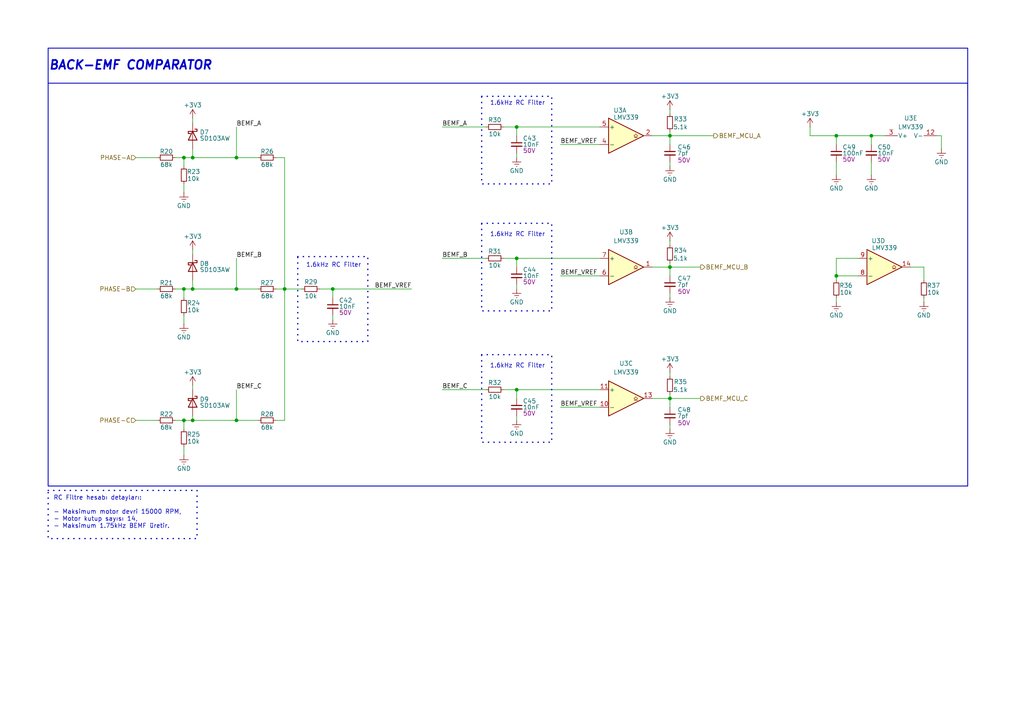
<source format=kicad_sch>
(kicad_sch (version 20231120) (generator "eeschema") (generator_version "8.0")
  (paper "A4")
  (lib_symbols
    (symbol "Comparator:LMV339" (pin_names (offset 0.127))
      (property "Reference" "U" (at 0 5.08 0))
      (property "Value" "LMV339" (at 0 -5.08 0))
      (symbol "LMV339_1_1"
        (polyline (pts (xy -5.08 5.08) (xy 5.08 0) (xy -5.08 -5.08) (xy -5.08 5.08)) (stroke (width 0.254)) (fill (type background)))
        (polyline (pts (xy 3.302 -0.508) (xy 2.794 -0.508) (xy 3.302 0) (xy 2.794 0.508) (xy 2.286 0) (xy 2.794 -0.508) (xy 2.286 -0.508)) (stroke (width 0.127)))
        (pin open_collector line (at 7.62 0 180) (length 2.54) (name "~") (number "2"))
        (pin input line (at -7.62 -2.54 0) (length 2.54) (name "-") (number "4"))
        (pin input line (at -7.62 2.54 0) (length 2.54) (name "+") (number "5"))
      )
      (symbol "LMV339_2_1"
        (polyline (pts (xy -5.08 5.08) (xy 5.08 0) (xy -5.08 -5.08) (xy -5.08 5.08)) (stroke (width 0.254)) (fill (type background)))
        (polyline (pts (xy 3.302 -0.508) (xy 2.794 -0.508) (xy 3.302 0) (xy 2.794 0.508) (xy 2.286 0) (xy 2.794 -0.508) (xy 2.286 -0.508)) (stroke (width 0.127)))
        (pin open_collector line (at 7.62 0 180) (length 2.54) (name "~") (number "1"))
        (pin input line (at -7.62 -2.54 0) (length 2.54) (name "-") (number "6"))
        (pin input line (at -7.62 2.54 0) (length 2.54) (name "+") (number "7"))
      )
      (symbol "LMV339_3_1"
        (polyline (pts (xy -5.08 5.08) (xy 5.08 0) (xy -5.08 -5.08) (xy -5.08 5.08)) (stroke (width 0.254)) (fill (type background)))
        (polyline (pts (xy 3.302 -0.508) (xy 2.794 -0.508) (xy 3.302 0) (xy 2.794 0.508) (xy 2.286 0) (xy 2.794 -0.508) (xy 2.286 -0.508)) (stroke (width 0.127)))
        (pin input line (at -7.62 -2.54 0) (length 2.54) (name "-") (number "10"))
        (pin input line (at -7.62 2.54 0) (length 2.54) (name "+") (number "11"))
        (pin open_collector line (at 7.62 0 180) (length 2.54) (name "~") (number "13"))
      )
      (symbol "LMV339_4_1"
        (polyline (pts (xy -5.08 5.08) (xy 5.08 0) (xy -5.08 -5.08) (xy -5.08 5.08)) (stroke (width 0.254)) (fill (type background)))
        (polyline (pts (xy 3.302 -0.508) (xy 2.794 -0.508) (xy 3.302 0) (xy 2.794 0.508) (xy 2.286 0) (xy 2.794 -0.508) (xy 2.286 -0.508)) (stroke (width 0.127)))
        (pin open_collector line (at 7.62 0 180) (length 2.54) (name "~") (number "14"))
        (pin input line (at -7.62 -2.54 0) (length 2.54) (name "-") (number "8"))
        (pin input line (at -7.62 2.54 0) (length 2.54) (name "+") (number "9"))
      )
      (symbol "LMV339_5_1"
        (pin power_in line (at -2.54 -7.62 90) (length 3.81) (name "V-") (number "12"))
        (pin power_in line (at -2.54 7.62 270) (length 3.81) (name "V+") (number "3"))
      )
    )
    (symbol "Device:C_Small" (pin_numbers hide) (pin_names (offset 0.254) hide)
      (property "Reference" "C" (at 0.254 1.778 0))
      (property "Value" "C_Small" (at 0.254 -2.032 0))
      (symbol "C_Small_0_1"
        (polyline (pts (xy -1.524 -0.508) (xy 1.524 -0.508)) (stroke (width 0.3302)))
        (polyline (pts (xy -1.524 0.508) (xy 1.524 0.508)) (stroke (width 0.3048)))
      )
      (symbol "C_Small_1_1"
        (pin passive line (at 0 2.54 270) (length 2.032) (name "~") (number "1"))
        (pin passive line (at 0 -2.54 90) (length 2.032) (name "~") (number "2"))
      )
    )
    (symbol "Device:D_Schottky" (pin_numbers hide) (pin_names (offset 1.016) hide)
      (property "Reference" "D" (at 0 2.54 0))
      (property "Value" "D_Schottky" (at 0 -2.54 0))
      (symbol "D_Schottky_0_1"
        (polyline (pts (xy 1.27 0) (xy -1.27 0)))
        (polyline (pts (xy 1.27 1.27) (xy 1.27 -1.27) (xy -1.27 0) (xy 1.27 1.27)) (stroke (width 0.254)))
        (polyline (pts (xy -1.905 0.635) (xy -1.905 1.27) (xy -1.27 1.27) (xy -1.27 -1.27) (xy -0.635 -1.27) (xy -0.635 -0.635)) (stroke (width 0.254)))
      )
      (symbol "D_Schottky_1_1"
        (pin passive line (at -3.81 0 0) (length 2.54) (name "K") (number "1"))
        (pin passive line (at 3.81 0 180) (length 2.54) (name "A") (number "2"))
      )
    )
    (symbol "Device:R_Small" (pin_numbers hide) (pin_names (offset 0.254) hide)
      (property "Reference" "R" (at 0.762 0.508 0))
      (property "Value" "R_Small" (at 0.762 -1.016 0))
      (symbol "R_Small_0_1"
        (rectangle (start -0.762 1.778) (end 0.762 -1.778) (stroke (width 0.2032)))
      )
      (symbol "R_Small_1_1"
        (pin passive line (at 0 2.54 270) (length 0.762) (name "~") (number "1"))
        (pin passive line (at 0 -2.54 90) (length 0.762) (name "~") (number "2"))
      )
    )
    (symbol "power:+5V" (power) (pin_numbers hide) (pin_names (offset 0) hide)
      (property "Value" "+5V" (at 0 3.556 0))
      (symbol "+5V_0_1"
        (polyline (pts (xy -0.762 1.27) (xy 0 2.54)))
        (polyline (pts (xy 0 0) (xy 0 2.54)))
        (polyline (pts (xy 0 2.54) (xy 0.762 1.27)))
      )
      (symbol "+5V_1_1"
        (pin power_in line (at 0 0 90) (length 0) (name "~") (number "1"))
      )
    )
    (symbol "power:Earth" (power) (pin_numbers hide) (pin_names (offset 0) hide)
      (property "Value" "Earth" (at 0 -3.81 0))
      (symbol "Earth_0_1"
        (polyline (pts (xy -0.635 -1.905) (xy 0.635 -1.905)))
        (polyline (pts (xy -0.127 -2.54) (xy 0.127 -2.54)))
        (polyline (pts (xy 0 -1.27) (xy 0 0)))
        (polyline (pts (xy 1.27 -1.27) (xy -1.27 -1.27)))
      )
      (symbol "Earth_1_1"
        (pin power_in line (at 0 0 270) (length 0) (name "~") (number "1"))
      )
    )
  )
  (junction (at 53.34 121.92))
  (junction (at 242.57 80.01))
  (junction (at 96.52 83.82))
  (junction (at 149.86 113.03))
  (junction (at 252.73 39.37))
  (junction (at 194.31 39.37))
  (junction (at 194.31 115.57))
  (junction (at 242.57 39.37))
  (junction (at 68.58 121.92))
  (junction (at 55.88 83.82))
  (junction (at 82.55 83.82))
  (junction (at 55.88 121.92))
  (junction (at 68.58 83.82))
  (junction (at 68.58 45.72))
  (junction (at 194.31 77.47))
  (junction (at 149.86 36.83))
  (junction (at 53.34 45.72))
  (junction (at 149.86 74.93))
  (junction (at 53.34 83.82))
  (junction (at 55.88 45.72))
  (wire (pts (xy 68.58 45.72) (xy 68.58 36.83)))
  (wire (pts (xy 194.31 77.47) (xy 203.2 77.47)))
  (wire (pts (xy 53.34 132.08) (xy 53.34 129.54)))
  (wire (pts (xy 149.86 36.83) (xy 173.99 36.83)))
  (wire (pts (xy 234.95 39.37) (xy 242.57 39.37)))
  (wire (pts (xy 68.58 83.82) (xy 68.58 74.93)))
  (wire (pts (xy 149.86 83.82) (xy 149.86 82.55)))
  (wire (pts (xy 149.86 121.92) (xy 149.86 120.65)))
  (wire (pts (xy 128.27 113.03) (xy 140.97 113.03)))
  (wire (pts (xy 189.23 115.57) (xy 194.31 115.57)))
  (wire (pts (xy 189.23 77.47) (xy 194.31 77.47)))
  (wire (pts (xy 194.31 46.99) (xy 194.31 48.26)))
  (wire (pts (xy 149.86 113.03) (xy 173.99 113.03)))
  (wire (pts (xy 194.31 39.37) (xy 194.31 41.91)))
  (wire (pts (xy 149.86 36.83) (xy 149.86 39.37)))
  (wire (pts (xy 194.31 115.57) (xy 203.2 115.57)))
  (wire (pts (xy 267.97 86.36) (xy 267.97 87.63)))
  (wire (pts (xy 194.31 39.37) (xy 207.01 39.37)))
  (wire (pts (xy 82.55 45.72) (xy 82.55 83.82)))
  (wire (pts (xy 194.31 31.75) (xy 194.31 33.02)))
  (wire (pts (xy 55.88 43.18) (xy 55.88 45.72)))
  (wire (pts (xy 82.55 83.82) (xy 82.55 121.92)))
  (wire (pts (xy 50.8 83.82) (xy 53.34 83.82)))
  (wire (pts (xy 242.57 87.63) (xy 242.57 86.36)))
  (wire (pts (xy 53.34 93.98) (xy 53.34 91.44)))
  (wire (pts (xy 146.05 74.93) (xy 149.86 74.93)))
  (wire (pts (xy 242.57 74.93) (xy 242.57 80.01)))
  (wire (pts (xy 194.31 107.95) (xy 194.31 109.22)))
  (wire (pts (xy 55.88 111.76) (xy 55.88 113.03)))
  (wire (pts (xy 50.8 121.92) (xy 53.34 121.92)))
  (wire (pts (xy 39.37 121.92) (xy 45.72 121.92)))
  (wire (pts (xy 53.34 121.92) (xy 53.34 124.46)))
  (wire (pts (xy 55.88 83.82) (xy 68.58 83.82)))
  (polyline (pts (xy 13.97 24.13) (xy 280.67 24.13)) (stroke (width 0.254)))
  (wire (pts (xy 80.01 45.72) (xy 82.55 45.72)))
  (wire (pts (xy 96.52 92.71) (xy 96.52 91.44)))
  (wire (pts (xy 149.86 45.72) (xy 149.86 44.45)))
  (wire (pts (xy 242.57 39.37) (xy 242.57 41.91)))
  (wire (pts (xy 68.58 121.92) (xy 68.58 113.03)))
  (wire (pts (xy 194.31 77.47) (xy 194.31 80.01)))
  (wire (pts (xy 194.31 77.47) (xy 194.31 76.2)))
  (wire (pts (xy 194.31 85.09) (xy 194.31 86.36)))
  (wire (pts (xy 128.27 74.93) (xy 140.97 74.93)))
  (wire (pts (xy 39.37 83.82) (xy 45.72 83.82)))
  (wire (pts (xy 242.57 39.37) (xy 252.73 39.37)))
  (wire (pts (xy 146.05 113.03) (xy 149.86 113.03)))
  (wire (pts (xy 242.57 46.99) (xy 242.57 50.8)))
  (wire (pts (xy 128.27 36.83) (xy 140.97 36.83)))
  (wire (pts (xy 53.34 45.72) (xy 55.88 45.72)))
  (wire (pts (xy 252.73 50.8) (xy 252.73 46.99)))
  (wire (pts (xy 55.88 81.28) (xy 55.88 83.82)))
  (wire (pts (xy 53.34 121.92) (xy 55.88 121.92)))
  (wire (pts (xy 80.01 121.92) (xy 82.55 121.92)))
  (wire (pts (xy 146.05 36.83) (xy 149.86 36.83)))
  (wire (pts (xy 242.57 74.93) (xy 248.92 74.93)))
  (wire (pts (xy 189.23 39.37) (xy 194.31 39.37)))
  (wire (pts (xy 82.55 83.82) (xy 87.63 83.82)))
  (wire (pts (xy 194.31 115.57) (xy 194.31 114.3)))
  (wire (pts (xy 267.97 77.47) (xy 267.97 81.28)))
  (wire (pts (xy 39.37 45.72) (xy 45.72 45.72)))
  (wire (pts (xy 162.56 80.01) (xy 173.99 80.01)))
  (polyline (pts (xy 280.67 24.13) (xy 280.67 27.94)))
  (wire (pts (xy 50.8 45.72) (xy 53.34 45.72)))
  (wire (pts (xy 194.31 39.37) (xy 194.31 38.1)))
  (wire (pts (xy 273.05 39.37) (xy 271.78 39.37)))
  (wire (pts (xy 53.34 48.26) (xy 53.34 45.72)))
  (wire (pts (xy 55.88 121.92) (xy 68.58 121.92)))
  (wire (pts (xy 55.88 72.39) (xy 55.88 73.66)))
  (wire (pts (xy 55.88 45.72) (xy 68.58 45.72)))
  (wire (pts (xy 68.58 121.92) (xy 74.93 121.92)))
  (wire (pts (xy 96.52 83.82) (xy 96.52 86.36)))
  (wire (pts (xy 252.73 39.37) (xy 252.73 41.91)))
  (wire (pts (xy 267.97 77.47) (xy 264.16 77.47)))
  (wire (pts (xy 194.31 123.19) (xy 194.31 124.46)))
  (wire (pts (xy 96.52 83.82) (xy 119.38 83.82)))
  (wire (pts (xy 53.34 83.82) (xy 55.88 83.82)))
  (wire (pts (xy 194.31 69.85) (xy 194.31 71.12)))
  (wire (pts (xy 252.73 39.37) (xy 256.54 39.37)))
  (wire (pts (xy 149.86 74.93) (xy 149.86 77.47)))
  (wire (pts (xy 53.34 53.34) (xy 53.34 55.88)))
  (wire (pts (xy 80.01 83.82) (xy 82.55 83.82)))
  (wire (pts (xy 194.31 115.57) (xy 194.31 118.11)))
  (wire (pts (xy 68.58 45.72) (xy 74.93 45.72)))
  (wire (pts (xy 149.86 74.93) (xy 173.99 74.93)))
  (wire (pts (xy 242.57 81.28) (xy 242.57 80.01)))
  (wire (pts (xy 162.56 118.11) (xy 173.99 118.11)))
  (wire (pts (xy 53.34 86.36) (xy 53.34 83.82)))
  (wire (pts (xy 55.88 34.29) (xy 55.88 35.56)))
  (wire (pts (xy 162.56 41.91) (xy 173.99 41.91)))
  (wire (pts (xy 273.05 43.18) (xy 273.05 39.37)))
  (wire (pts (xy 149.86 113.03) (xy 149.86 115.57)))
  (wire (pts (xy 55.88 120.65) (xy 55.88 121.92)))
  (wire (pts (xy 242.57 80.01) (xy 248.92 80.01)))
  (wire (pts (xy 92.71 83.82) (xy 96.52 83.82)))
  (wire (pts (xy 234.95 36.83) (xy 234.95 39.37)))
  (wire (pts (xy 68.58 83.82) (xy 74.93 83.82)))
  (rectangle (start 139.7 27.94) (end 160.02 53.34) (stroke (width 0.381) (type dot)))
  (rectangle (start 139.7 64.77) (end 160.02 90.17) (stroke (width 0.381) (type dot)))
  (rectangle (start 139.7 102.87) (end 160.02 128.27) (stroke (width 0.381) (type dot)))
  (rectangle (start 86.36 74.422) (end 106.68 99.06) (stroke (width 0.381) (type dot)))
  (rectangle (start 13.97 13.97) (end 280.67 140.97) (stroke (width 0.254)))
  (rectangle (start 13.97 142.24) (end 57.15 156.21) (stroke (width 0.381) (type dot)))
  (text "1.6kHz RC Filter" (at 150.114 106.172 0) (effects (font (size 1.27 1.27))))
  (text "1.6kHz RC Filter" (at 96.774 76.962 0) (effects (font (size 1.27 1.27))))
  (text "RC Filtre hesabı detayları:\n\n- Maksimum motor devri 15000 RPM,\n- Motor kutup sayısı 14,\n- Maksimum 1.75kHz BEMF üretir." (at 15.494 148.59 0) (effects (font (size 1.27 1.27) (thickness 0.1588)) (justify left)))
  (text "1.6kHz RC Filter" (at 150.114 29.972 0) (effects (font (size 1.27 1.27))))
  (text "1.6kHz RC Filter" (at 150.114 68.072 0) (effects (font (size 1.27 1.27))))
  (text "BACK-EMF COMPARATOR" (at 37.846 19.05 0) (effects (font (size 2.54 2.54) (thickness 0.508) (bold yes) (italic yes))))
  (label "BEMF_B" (at 68.58 74.93 0))
  (label "BEMF_VREF" (at 119.38 83.82 180))
  (label "BEMF_VREF" (at 162.56 118.11 0))
  (label "BEMF_A" (at 128.27 36.83 0))
  (label "BEMF_VREF" (at 162.56 41.91 0))
  (label "BEMF_B" (at 128.27 74.93 0))
  (label "BEMF_A" (at 68.58 36.83 0))
  (label "BEMF_C" (at 68.58 113.03 0))
  (label "BEMF_C" (at 128.27 113.03 0))
  (label "BEMF_VREF" (at 162.56 80.01 0))
  (hierarchical_label "BEMF_MCU_B" (shape output) (at 203.2 77.47 0))
  (hierarchical_label "PHASE-B" (shape input) (at 39.37 83.82 180))
  (hierarchical_label "BEMF_MCU_C" (shape output) (at 203.2 115.57 0))
  (hierarchical_label "PHASE-A" (shape input) (at 39.37 45.72 180))
  (hierarchical_label "BEMF_MCU_A" (shape output) (at 207.01 39.37 0))
  (hierarchical_label "PHASE-C" (shape input) (at 39.37 121.92 180))
  (symbol (lib_id "power:Earth") (at 194.31 124.46 0) (unit 1)
    (property "Reference" "#PWR087" (effects (hide yes)))
    (property "Value" "GND" (at 194.31 128.27 0))
    (property "Description" "Power symbol creates a global label with name \"Earth\"" (effects (hide yes)))
  )
  (symbol (lib_id "Device:R_Small") (at 53.34 50.8 0) (unit 1)
    (property "Reference" "R23" (at 56.134 49.784 0))
    (property "Value" "10k" (at 56.134 51.816 0))
    (property "Footprint" "Resistor_SMD:R_0603_1608Metric" (effects (hide yes)))
    (property "Description" "Resistor, small symbol" (effects (hide yes)))
    (property "Link" "https://ozdisan.com/pasif-komponentler/direncler/smt-smd-ve-cip-direncler/CRT03F7E1002/1054351" (effects (hide yes)))
    (property "Mfr.No" "CRT03F7E1002" (effects (hide yes)))
  )
  (symbol (lib_id "Device:R_Small") (at 194.31 111.76 180) (unit 1)
    (property "Reference" "R35" (at 197.358 110.744 0))
    (property "Value" "5.1k" (at 197.358 113.03 0))
    (property "Footprint" "Capacitor_SMD:C_0603_1608Metric" (effects (hide yes)))
    (property "Description" "Resistor, small symbol" (effects (hide yes)))
    (property "Link" "https://www.ozdisan.com/pasif-komponentler/direncler/smt-smd-ve-cip-direncler/0603SAJ0512T5E/346979" (effects (hide yes)))
    (property "Mfr.No" "0603SAJ0512T5E" (effects (hide yes)))
  )
  (symbol (lib_id "Device:D_Schottky") (at 55.88 116.84 270) (unit 1)
    (property "Reference" "D9" (at 57.912 115.824 90) (effects (justify left)))
    (property "Value" "SD103AW" (at 57.912 117.602 90) (effects (justify left)))
    (property "Footprint" "Diode_SMD:D_SOD-123" (effects (hide yes)))
    (property "Description" "Schottky diode" (effects (hide yes)))
    (property "Link" "https://www.ozdisan.com/guc-yari-iletkenleri/diyotlar-modul-diyotlar-ve-dogrultucular/schottky-diyotlar/SD103AW-HT/468038" (effects (hide yes)))
    (property "Mfr.No" "SD103AW-HT" (effects (hide yes)))
  )
  (symbol (lib_id "Device:C_Small") (at 194.31 82.55 0) (mirror y) (unit 1)
    (property "Reference" "C47" (at 200.406 80.772 0) (effects (justify left)))
    (property "Value" "7pf" (at 199.644 82.55 0) (effects (justify left)))
    (property "Footprint" "Capacitor_SMD:C_0603_1608Metric" (effects (hide yes)))
    (property "Description" "Unpolarized capacitor, small symbol" (effects (hide yes)))
    (property "Voltaj" "50V" (at 198.374 84.582 0))
    (property "Link" "https://ozdisan.com/pasif-komponentler/kapasitorler/smt-smd-ve-mlcc-kapasitorler/CL10C070CB8NNNC/522417" (effects (hide yes)))
    (property "Mfr.No" "CL10C070CB8NNNC" (effects (hide yes)))
  )
  (symbol (lib_id "power:Earth") (at 149.86 121.92 0) (unit 1)
    (property "Reference" "#PWR081" (effects (hide yes)))
    (property "Value" "GND" (at 149.86 125.73 0))
    (property "Description" "Power symbol creates a global label with name \"Earth\"" (effects (hide yes)))
  )
  (symbol (lib_id "Device:R_Small") (at 48.26 45.72 90) (unit 1)
    (property "Reference" "R20" (at 48.26 43.942 90))
    (property "Value" "68k" (at 48.26 47.752 90))
    (property "Footprint" "Resistor_SMD:R_0603_1608Metric" (effects (hide yes)))
    (property "Description" "Resistor, small symbol" (effects (hide yes)))
    (property "Link" "https://www.ozdisan.com/pasif-komponentler/direncler/smt-smd-ve-cip-direncler/CRT03F7E6802/1054370" (effects (hide yes)))
    (property "Mfr.No" "CRT03F7E6802" (effects (hide yes)))
  )
  (symbol (lib_id "Device:C_Small") (at 149.86 118.11 0) (mirror y) (unit 1)
    (property "Reference" "C45" (at 151.638 116.332 0) (effects (justify right)))
    (property "Value" "10nF" (at 151.638 118.11 0) (effects (justify right)))
    (property "Footprint" "Capacitor_SMD:C_0603_1608Metric" (effects (hide yes)))
    (property "Description" "Unpolarized capacitor, small symbol" (effects (hide yes)))
    (property "Voltage" "50V" (at 151.638 119.888 0) (effects (justify right)))
    (property "Link" "https://ozdisan.com/pasif-komponentler/kapasitorler/smt-smd-ve-mlcc-kapasitorler/MCF03KTB500103/1057173" (effects (hide yes)))
    (property "Mfr.No" "MCF03KTB500103" (effects (hide yes)))
  )
  (symbol (lib_id "Device:R_Small") (at 53.34 127 0) (unit 1)
    (property "Reference" "R25" (at 56.134 125.984 0))
    (property "Value" "10k" (at 56.134 128.016 0))
    (property "Footprint" "Resistor_SMD:R_0603_1608Metric" (effects (hide yes)))
    (property "Description" "Resistor, small symbol" (effects (hide yes)))
    (property "Link" "https://ozdisan.com/pasif-komponentler/direncler/smt-smd-ve-cip-direncler/CRT03F7E1002/1054351" (effects (hide yes)))
    (property "Mfr.No" "CRT03F7E1002" (effects (hide yes)))
  )
  (symbol (lib_id "power:+5V") (at 55.88 34.29 0) (unit 1)
    (property "Reference" "#PWR075" (effects (hide yes)))
    (property "Value" "+3V3" (at 55.88 30.48 0))
    (property "Description" "Power symbol creates a global label with name \"+5V\"" (effects (hide yes)))
  )
  (symbol (lib_id "power:+5V") (at 194.31 107.95 0) (unit 1)
    (property "Reference" "#PWR086" (effects (hide yes)))
    (property "Value" "+3V3" (at 194.31 104.14 0))
    (property "Description" "Power symbol creates a global label with name \"+5V\"" (effects (hide yes)))
  )
  (symbol (lib_id "power:Earth") (at 242.57 87.63 0) (unit 1)
    (property "Reference" "#PWR090" (effects (hide yes)))
    (property "Value" "GND" (at 242.57 91.44 0))
    (property "Description" "Power symbol creates a global label with name \"Earth\"" (effects (hide yes)))
  )
  (symbol (lib_id "power:Earth") (at 149.86 45.72 0) (unit 1)
    (property "Reference" "#PWR079" (effects (hide yes)))
    (property "Value" "GND" (at 149.86 49.53 0))
    (property "Description" "Power symbol creates a global label with name \"Earth\"" (effects (hide yes)))
  )
  (symbol (lib_id "Device:C_Small") (at 194.31 120.65 0) (mirror y) (unit 1)
    (property "Reference" "C48" (at 200.406 118.872 0) (effects (justify left)))
    (property "Value" "7pf" (at 199.644 120.65 0) (effects (justify left)))
    (property "Footprint" "Capacitor_SMD:C_0603_1608Metric" (effects (hide yes)))
    (property "Description" "Unpolarized capacitor, small symbol" (effects (hide yes)))
    (property "Voltaj" "50V" (at 198.374 122.682 0))
    (property "Link" "https://ozdisan.com/pasif-komponentler/kapasitorler/smt-smd-ve-mlcc-kapasitorler/CL10C070CB8NNNC/522417" (effects (hide yes)))
    (property "Mfr.No" "CL10C070CB8NNNC" (effects (hide yes)))
  )
  (symbol (lib_id "power:+5V") (at 234.95 36.83 0) (unit 1)
    (property "Reference" "#PWR088" (effects (hide yes)))
    (property "Value" "+3V3" (at 234.95 33.02 0))
    (property "Description" "Power symbol creates a global label with name \"+5V\"" (effects (hide yes)))
  )
  (symbol (lib_id "Device:C_Small") (at 242.57 44.45 0) (mirror y) (unit 1)
    (property "Reference" "C49" (at 244.348 42.672 0) (effects (justify right)))
    (property "Value" "100nF" (at 244.348 44.45 0) (effects (justify right)))
    (property "Footprint" "Capacitor_SMD:C_0603_1608Metric" (effects (hide yes)))
    (property "Description" "Unpolarized capacitor, small symbol" (effects (hide yes)))
    (property "Voltage" "50V" (at 244.348 46.228 0) (effects (justify right)))
    (property "Link" "https://ozdisan.com/pasif-komponentler/kapasitorler/smt-smd-ve-mlcc-kapasitorler/MCF03KTB500104/1057170" (effects (hide yes)))
    (property "Mfr.No" "MCF03KTB500104" (effects (hide yes)))
  )
  (symbol (lib_id "power:+5V") (at 55.88 72.39 0) (unit 1)
    (property "Reference" "#PWR076" (effects (hide yes)))
    (property "Value" "+3V3" (at 55.88 68.58 0))
    (property "Description" "Power symbol creates a global label with name \"+5V\"" (effects (hide yes)))
  )
  (symbol (lib_id "Device:D_Schottky") (at 55.88 77.47 270) (unit 1)
    (property "Reference" "D8" (at 57.912 76.454 90) (effects (justify left)))
    (property "Value" "SD103AW" (at 57.912 78.232 90) (effects (justify left)))
    (property "Footprint" "Diode_SMD:D_SOD-123" (effects (hide yes)))
    (property "Description" "Schottky diode" (effects (hide yes)))
    (property "Link" "https://www.ozdisan.com/guc-yari-iletkenleri/diyotlar-modul-diyotlar-ve-dogrultucular/schottky-diyotlar/SD103AW-HT/468038" (effects (hide yes)))
    (property "Mfr.No" "SD103AW-HT" (effects (hide yes)))
  )
  (symbol (lib_id "Device:R_Small") (at 48.26 121.92 90) (unit 1)
    (property "Reference" "R22" (at 48.26 120.142 90))
    (property "Value" "68k" (at 48.26 123.952 90))
    (property "Footprint" "Resistor_SMD:R_0603_1608Metric" (effects (hide yes)))
    (property "Description" "Resistor, small symbol" (effects (hide yes)))
    (property "Link" "https://www.ozdisan.com/pasif-komponentler/direncler/smt-smd-ve-cip-direncler/CRT03F7E6802/1054370" (effects (hide yes)))
    (property "Mfr.No" "CRT03F7E6802" (effects (hide yes)))
  )
  (symbol (lib_id "Device:C_Small") (at 96.52 88.9 0) (mirror y) (unit 1)
    (property "Reference" "C42" (at 98.298 87.122 0) (effects (justify right)))
    (property "Value" "10nF" (at 98.298 88.9 0) (effects (justify right)))
    (property "Footprint" "Capacitor_SMD:C_0603_1608Metric" (effects (hide yes)))
    (property "Description" "Unpolarized capacitor, small symbol" (effects (hide yes)))
    (property "Voltage" "50V" (at 98.298 90.678 0) (effects (justify right)))
    (property "Link" "https://ozdisan.com/pasif-komponentler/kapasitorler/smt-smd-ve-mlcc-kapasitorler/MCF03KTB500103/1057173" (effects (hide yes)))
    (property "Mfr.No" "MCF03KTB500103" (effects (hide yes)))
  )
  (symbol (lib_id "Device:R_Small") (at 77.47 83.82 90) (unit 1)
    (property "Reference" "R27" (at 77.47 82.042 90))
    (property "Value" "68k" (at 77.47 85.852 90))
    (property "Footprint" "Resistor_SMD:R_0603_1608Metric" (effects (hide yes)))
    (property "Description" "Resistor, small symbol" (effects (hide yes)))
    (property "Link" "https://www.ozdisan.com/pasif-komponentler/direncler/smt-smd-ve-cip-direncler/CRT03F7E6802/1054370" (effects (hide yes)))
    (property "Mfr.No" "CRT03F7E6802" (effects (hide yes)))
  )
  (symbol (lib_id "power:+5V") (at 194.31 31.75 0) (unit 1)
    (property "Reference" "#PWR082" (effects (hide yes)))
    (property "Value" "+3V3" (at 194.31 27.94 0))
    (property "Description" "Power symbol creates a global label with name \"+5V\"" (effects (hide yes)))
  )
  (symbol (lib_id "power:Earth") (at 242.57 50.8 0) (unit 1)
    (property "Reference" "#PWR089" (effects (hide yes)))
    (property "Value" "GND" (at 242.57 54.61 0))
    (property "Description" "Power symbol creates a global label with name \"Earth\"" (effects (hide yes)))
  )
  (symbol (lib_id "Device:R_Small") (at 143.51 36.83 270) (unit 1)
    (property "Reference" "R30" (at 143.51 34.798 90))
    (property "Value" "10k" (at 143.51 38.862 90))
    (property "Footprint" "Resistor_SMD:R_0603_1608Metric" (effects (hide yes)))
    (property "Description" "Resistor, small symbol" (effects (hide yes)))
    (property "Link" "https://ozdisan.com/pasif-komponentler/direncler/smt-smd-ve-cip-direncler/CRT03F7E1002/1054351" (effects (hide yes)))
    (property "Mfr.No" "CRT03F7E1002" (effects (hide yes)))
  )
  (symbol (lib_id "power:Earth") (at 53.34 55.88 0) (unit 1)
    (property "Reference" "#PWR072" (effects (hide yes)))
    (property "Value" "GND" (at 53.34 59.69 0))
    (property "Description" "Power symbol creates a global label with name \"Earth\"" (effects (hide yes)))
  )
  (symbol (lib_id "Comparator:LMV339") (at 181.61 77.47 0) (unit 2)
    (property "Reference" "U3" (at 181.61 67.31 0))
    (property "Value" "LMV339" (at 181.61 69.85 0))
    (property "Footprint" "Package_SO:SO-14_3.9x8.65mm_P1.27mm" (effects (hide yes)))
    (property "Datasheet" "https://www.ti.com/lit/ds/symlink/lmv339.pdf?ts=1731725876424" (effects (hide yes)))
    (property "Description" "Quad General-Purpose Low-Voltage Comparator, SOIC-14/TSSOP-14" (effects (hide yes)))
    (property "Link" "https://www.mouser.com.tr/ProductDetail/Texas-Instruments/LMV339IDR?qs=7KMwW2o1%252BmQfAe%2FMNKh8nA%3D%3D" (effects (hide yes)))
    (property "Mfr.No" "LMV339IDR" (effects (hide yes)))
  )
  (symbol (lib_id "Device:R_Small") (at 267.97 83.82 0) (unit 1)
    (property "Reference" "R37" (at 270.764 82.804 0))
    (property "Value" "10k" (at 270.764 84.836 0))
    (property "Footprint" "Resistor_SMD:R_0603_1608Metric" (effects (hide yes)))
    (property "Description" "Resistor, small symbol" (effects (hide yes)))
    (property "Link" "https://ozdisan.com/pasif-komponentler/direncler/smt-smd-ve-cip-direncler/CRT03F7E1002/1054351" (effects (hide yes)))
    (property "Mfr.No" "CRT03F7E1002" (effects (hide yes)))
  )
  (symbol (lib_id "power:Earth") (at 53.34 132.08 0) (unit 1)
    (property "Reference" "#PWR074" (effects (hide yes)))
    (property "Value" "GND" (at 53.34 135.89 0))
    (property "Description" "Power symbol creates a global label with name \"Earth\"" (effects (hide yes)))
  )
  (symbol (lib_id "power:+5V") (at 194.31 69.85 0) (unit 1)
    (property "Reference" "#PWR084" (effects (hide yes)))
    (property "Value" "+3V3" (at 194.31 66.04 0))
    (property "Description" "Power symbol creates a global label with name \"+5V\"" (effects (hide yes)))
  )
  (symbol (lib_id "power:Earth") (at 194.31 86.36 0) (unit 1)
    (property "Reference" "#PWR085" (effects (hide yes)))
    (property "Value" "GND" (at 194.31 90.17 0))
    (property "Description" "Power symbol creates a global label with name \"Earth\"" (effects (hide yes)))
  )
  (symbol (lib_id "Device:R_Small") (at 77.47 45.72 90) (unit 1)
    (property "Reference" "R26" (at 77.47 43.942 90))
    (property "Value" "68k" (at 77.47 47.752 90))
    (property "Footprint" "Resistor_SMD:R_0603_1608Metric" (effects (hide yes)))
    (property "Description" "Resistor, small symbol" (effects (hide yes)))
    (property "Link" "https://www.ozdisan.com/pasif-komponentler/direncler/smt-smd-ve-cip-direncler/CRT03F7E6802/1054370" (effects (hide yes)))
    (property "Mfr.No" "CRT03F7E6802" (effects (hide yes)))
  )
  (symbol (lib_id "power:Earth") (at 194.31 48.26 0) (unit 1)
    (property "Reference" "#PWR083" (effects (hide yes)))
    (property "Value" "GND" (at 194.31 52.07 0))
    (property "Description" "Power symbol creates a global label with name \"Earth\"" (effects (hide yes)))
  )
  (symbol (lib_id "Device:R_Small") (at 77.47 121.92 90) (unit 1)
    (property "Reference" "R28" (at 77.47 120.142 90))
    (property "Value" "68k" (at 77.47 123.952 90))
    (property "Footprint" "Resistor_SMD:R_0603_1608Metric" (effects (hide yes)))
    (property "Description" "Resistor, small symbol" (effects (hide yes)))
    (property "Link" "https://www.ozdisan.com/pasif-komponentler/direncler/smt-smd-ve-cip-direncler/CRT03F7E6802/1054370" (effects (hide yes)))
    (property "Mfr.No" "CRT03F7E6802" (effects (hide yes)))
  )
  (symbol (lib_id "power:Earth") (at 96.52 92.71 0) (unit 1)
    (property "Reference" "#PWR078" (effects (hide yes)))
    (property "Value" "GND" (at 96.52 96.52 0))
    (property "Description" "Power symbol creates a global label with name \"Earth\"" (effects (hide yes)))
  )
  (symbol (lib_id "Comparator:LMV339") (at 181.61 39.37 0) (unit 1)
    (property "Reference" "U3" (at 179.832 32.004 0))
    (property "Value" "LMV339" (at 181.61 34.036 0))
    (property "Footprint" "Package_SO:SO-14_3.9x8.65mm_P1.27mm" (effects (hide yes)))
    (property "Datasheet" "https://www.ti.com/lit/ds/symlink/lmv339.pdf?ts=1731725876424" (effects (hide yes)))
    (property "Description" "Quad General-Purpose Low-Voltage Comparator, SOIC-14/TSSOP-14" (effects (hide yes)))
    (property "Link" "https://www.mouser.com.tr/ProductDetail/Texas-Instruments/LMV339IDR?qs=7KMwW2o1%252BmQfAe%2FMNKh8nA%3D%3D" (effects (hide yes)))
    (property "Mfr.No" "LMV339IDR" (effects (hide yes)))
  )
  (symbol (lib_id "Comparator:LMV339") (at 181.61 115.57 0) (unit 3)
    (property "Reference" "U3" (at 181.61 105.41 0))
    (property "Value" "LMV339" (at 181.61 107.95 0))
    (property "Footprint" "Package_SO:SO-14_3.9x8.65mm_P1.27mm" (effects (hide yes)))
    (property "Datasheet" "https://www.ti.com/lit/ds/symlink/lmv339.pdf?ts=1731725876424" (effects (hide yes)))
    (property "Description" "Quad General-Purpose Low-Voltage Comparator, SOIC-14/TSSOP-14" (effects (hide yes)))
    (property "Link" "https://www.mouser.com.tr/ProductDetail/Texas-Instruments/LMV339IDR?qs=7KMwW2o1%252BmQfAe%2FMNKh8nA%3D%3D" (effects (hide yes)))
    (property "Mfr.No" "LMV339IDR" (effects (hide yes)))
  )
  (symbol (lib_id "Device:C_Small") (at 194.31 44.45 0) (mirror y) (unit 1)
    (property "Reference" "C46" (at 200.406 42.672 0) (effects (justify left)))
    (property "Value" "7pf" (at 199.644 44.45 0) (effects (justify left)))
    (property "Footprint" "Capacitor_SMD:C_0603_1608Metric" (effects (hide yes)))
    (property "Description" "Unpolarized capacitor, small symbol" (effects (hide yes)))
    (property "Voltaj" "50V" (at 198.374 46.482 0))
    (property "Link" "https://ozdisan.com/pasif-komponentler/kapasitorler/smt-smd-ve-mlcc-kapasitorler/CL10C070CB8NNNC/522417" (effects (hide yes)))
    (property "Mfr.No" "CL10C070CB8NNNC" (effects (hide yes)))
  )
  (symbol (lib_id "Device:R_Small") (at 194.31 35.56 180) (unit 1)
    (property "Reference" "R33" (at 197.358 34.544 0))
    (property "Value" "5.1k" (at 197.358 36.83 0))
    (property "Footprint" "Capacitor_SMD:C_0603_1608Metric" (effects (hide yes)))
    (property "Description" "Resistor, small symbol" (effects (hide yes)))
    (property "Link" "https://www.ozdisan.com/pasif-komponentler/direncler/smt-smd-ve-cip-direncler/0603SAJ0512T5E/346979" (effects (hide yes)))
    (property "Mfr.No" "0603SAJ0512T5E" (effects (hide yes)))
  )
  (symbol (lib_id "Device:D_Schottky") (at 55.88 39.37 270) (unit 1)
    (property "Reference" "D7" (at 57.912 38.354 90) (effects (justify left)))
    (property "Value" "SD103AW" (at 57.912 40.132 90) (effects (justify left)))
    (property "Footprint" "Diode_SMD:D_SOD-123" (effects (hide yes)))
    (property "Description" "Schottky diode" (effects (hide yes)))
    (property "Link" "https://www.ozdisan.com/guc-yari-iletkenleri/diyotlar-modul-diyotlar-ve-dogrultucular/schottky-diyotlar/SD103AW-HT/468038" (effects (hide yes)))
    (property "Mfr.No" "SD103AW-HT" (effects (hide yes)))
  )
  (symbol (lib_id "Device:C_Small") (at 149.86 80.01 0) (mirror y) (unit 1)
    (property "Reference" "C44" (at 151.638 78.232 0) (effects (justify right)))
    (property "Value" "10nF" (at 151.638 80.01 0) (effects (justify right)))
    (property "Footprint" "Capacitor_SMD:C_0603_1608Metric" (effects (hide yes)))
    (property "Description" "Unpolarized capacitor, small symbol" (effects (hide yes)))
    (property "Voltage" "50V" (at 151.638 81.788 0) (effects (justify right)))
    (property "Link" "https://ozdisan.com/pasif-komponentler/kapasitorler/smt-smd-ve-mlcc-kapasitorler/MCF03KTB500103/1057173" (effects (hide yes)))
    (property "Mfr.No" "MCF03KTB500103" (effects (hide yes)))
  )
  (symbol (lib_id "Device:R_Small") (at 90.17 83.82 270) (unit 1)
    (property "Reference" "R29" (at 90.17 81.788 90))
    (property "Value" "10k" (at 90.17 85.852 90))
    (property "Footprint" "Resistor_SMD:R_0603_1608Metric" (effects (hide yes)))
    (property "Description" "Resistor, small symbol" (effects (hide yes)))
    (property "Link" "https://ozdisan.com/pasif-komponentler/direncler/smt-smd-ve-cip-direncler/CRT03F7E1002/1054351" (effects (hide yes)))
    (property "Mfr.No" "CRT03F7E1002" (effects (hide yes)))
  )
  (symbol (lib_id "Device:C_Small") (at 149.86 41.91 0) (mirror y) (unit 1)
    (property "Reference" "C43" (at 151.638 40.132 0) (effects (justify right)))
    (property "Value" "10nF" (at 151.638 41.91 0) (effects (justify right)))
    (property "Footprint" "Capacitor_SMD:C_0603_1608Metric" (effects (hide yes)))
    (property "Description" "Unpolarized capacitor, small symbol" (effects (hide yes)))
    (property "Voltage" "50V" (at 151.638 43.688 0) (effects (justify right)))
    (property "Link" "https://ozdisan.com/pasif-komponentler/kapasitorler/smt-smd-ve-mlcc-kapasitorler/MCF03KTB500103/1057173" (effects (hide yes)))
    (property "Mfr.No" "MCF03KTB500103" (effects (hide yes)))
  )
  (symbol (lib_id "Comparator:LMV339") (at 256.54 77.47 0) (unit 4)
    (property "Reference" "U3" (at 254.762 69.85 0))
    (property "Value" "LMV339" (at 256.54 71.882 0))
    (property "Footprint" "Package_SO:SO-14_3.9x8.65mm_P1.27mm" (effects (hide yes)))
    (property "Datasheet" "https://www.ti.com/lit/ds/symlink/lmv339.pdf?ts=1731725876424" (effects (hide yes)))
    (property "Description" "Quad General-Purpose Low-Voltage Comparator, SOIC-14/TSSOP-14" (effects (hide yes)))
    (property "Link" "https://www.mouser.com.tr/ProductDetail/Texas-Instruments/LMV339IDR?qs=7KMwW2o1%252BmQfAe%2FMNKh8nA%3D%3D" (effects (hide yes)))
    (property "Mfr.No" "LMV339IDR" (effects (hide yes)))
  )
  (symbol (lib_id "Device:R_Small") (at 143.51 113.03 270) (unit 1)
    (property "Reference" "R32" (at 143.51 110.998 90))
    (property "Value" "10k" (at 143.51 115.062 90))
    (property "Footprint" "Resistor_SMD:R_0603_1608Metric" (effects (hide yes)))
    (property "Description" "Resistor, small symbol" (effects (hide yes)))
    (property "Link" "https://ozdisan.com/pasif-komponentler/direncler/smt-smd-ve-cip-direncler/CRT03F7E1002/1054351" (effects (hide yes)))
    (property "Mfr.No" "CRT03F7E1002" (effects (hide yes)))
  )
  (symbol (lib_id "Device:R_Small") (at 242.57 83.82 0) (unit 1)
    (property "Reference" "R36" (at 245.364 82.804 0))
    (property "Value" "10k" (at 245.364 84.836 0))
    (property "Footprint" "Resistor_SMD:R_0603_1608Metric" (effects (hide yes)))
    (property "Description" "Resistor, small symbol" (effects (hide yes)))
    (property "Link" "https://ozdisan.com/pasif-komponentler/direncler/smt-smd-ve-cip-direncler/CRT03F7E1002/1054351" (effects (hide yes)))
    (property "Mfr.No" "CRT03F7E1002" (effects (hide yes)))
  )
  (symbol (lib_id "Device:R_Small") (at 194.31 73.66 180) (unit 1)
    (property "Reference" "R34" (at 197.358 72.644 0))
    (property "Value" "5.1k" (at 197.358 74.93 0))
    (property "Footprint" "Capacitor_SMD:C_0603_1608Metric" (effects (hide yes)))
    (property "Description" "Resistor, small symbol" (effects (hide yes)))
    (property "Link" "https://www.ozdisan.com/pasif-komponentler/direncler/smt-smd-ve-cip-direncler/0603SAJ0512T5E/346979" (effects (hide yes)))
    (property "Mfr.No" "0603SAJ0512T5E" (effects (hide yes)))
  )
  (symbol (lib_id "power:Earth") (at 149.86 83.82 0) (unit 1)
    (property "Reference" "#PWR080" (effects (hide yes)))
    (property "Value" "GND" (at 149.86 87.63 0))
    (property "Description" "Power symbol creates a global label with name \"Earth\"" (effects (hide yes)))
  )
  (symbol (lib_id "power:Earth") (at 252.73 50.8 0) (unit 1)
    (property "Reference" "#PWR091" (effects (hide yes)))
    (property "Value" "GND" (at 252.73 54.61 0))
    (property "Description" "Power symbol creates a global label with name \"Earth\"" (effects (hide yes)))
  )
  (symbol (lib_id "power:Earth") (at 267.97 87.63 0) (unit 1)
    (property "Reference" "#PWR092" (effects (hide yes)))
    (property "Value" "GND" (at 267.97 91.44 0))
    (property "Description" "Power symbol creates a global label with name \"Earth\"" (effects (hide yes)))
  )
  (symbol (lib_id "power:Earth") (at 53.34 93.98 0) (unit 1)
    (property "Reference" "#PWR073" (effects (hide yes)))
    (property "Value" "GND" (at 53.34 97.79 0))
    (property "Description" "Power symbol creates a global label with name \"Earth\"" (effects (hide yes)))
  )
  (symbol (lib_id "power:+5V") (at 55.88 111.76 0) (unit 1)
    (property "Reference" "#PWR077" (effects (hide yes)))
    (property "Value" "+3V3" (at 55.88 107.95 0))
    (property "Description" "Power symbol creates a global label with name \"+5V\"" (effects (hide yes)))
  )
  (symbol (lib_id "Device:R_Small") (at 53.34 88.9 0) (unit 1)
    (property "Reference" "R24" (at 56.134 87.884 0))
    (property "Value" "10k" (at 56.134 89.916 0))
    (property "Footprint" "Resistor_SMD:R_0603_1608Metric" (effects (hide yes)))
    (property "Description" "Resistor, small symbol" (effects (hide yes)))
    (property "Link" "https://ozdisan.com/pasif-komponentler/direncler/smt-smd-ve-cip-direncler/CRT03F7E1002/1054351" (effects (hide yes)))
    (property "Mfr.No" "CRT03F7E1002" (effects (hide yes)))
  )
  (symbol (lib_id "Comparator:LMV339") (at 264.16 36.83 90) (unit 5)
    (property "Reference" "U3" (at 264.16 34.29 90))
    (property "Value" "LMV339" (at 264.16 36.83 90))
    (property "Footprint" "Package_SO:SO-14_3.9x8.65mm_P1.27mm" (effects (hide yes)))
    (property "Datasheet" "https://www.ti.com/lit/ds/symlink/lmv339.pdf?ts=1731725876424" (effects (hide yes)))
    (property "Description" "Quad General-Purpose Low-Voltage Comparator, SOIC-14/TSSOP-14" (effects (hide yes)))
    (property "Link" "https://www.mouser.com.tr/ProductDetail/Texas-Instruments/LMV339IDR?qs=7KMwW2o1%252BmQfAe%2FMNKh8nA%3D%3D" (effects (hide yes)))
    (property "Mfr.No" "LMV339IDR" (effects (hide yes)))
  )
  (symbol (lib_id "Device:C_Small") (at 252.73 44.45 0) (mirror y) (unit 1)
    (property "Reference" "C50" (at 254.508 42.672 0) (effects (justify right)))
    (property "Value" "10nF" (at 254.508 44.45 0) (effects (justify right)))
    (property "Footprint" "Capacitor_SMD:C_0603_1608Metric" (effects (hide yes)))
    (property "Description" "Unpolarized capacitor, small symbol" (effects (hide yes)))
    (property "Voltage" "50V" (at 254.508 46.228 0) (effects (justify right)))
    (property "Link" "https://ozdisan.com/pasif-komponentler/kapasitorler/smt-smd-ve-mlcc-kapasitorler/MCF03KTB500103/1057173" (effects (hide yes)))
    (property "Mfr.No" "MCF03KTB500103" (effects (hide yes)))
  )
  (symbol (lib_id "Device:R_Small") (at 143.51 74.93 270) (unit 1)
    (property "Reference" "R31" (at 143.51 72.898 90))
    (property "Value" "10k" (at 143.51 76.962 90))
    (property "Footprint" "Resistor_SMD:R_0603_1608Metric" (effects (hide yes)))
    (property "Description" "Resistor, small symbol" (effects (hide yes)))
    (property "Link" "https://ozdisan.com/pasif-komponentler/direncler/smt-smd-ve-cip-direncler/CRT03F7E1002/1054351" (effects (hide yes)))
    (property "Mfr.No" "CRT03F7E1002" (effects (hide yes)))
  )
  (symbol (lib_id "Device:R_Small") (at 48.26 83.82 90) (unit 1)
    (property "Reference" "R21" (at 48.26 82.042 90))
    (property "Value" "68k" (at 48.26 85.852 90))
    (property "Footprint" "Resistor_SMD:R_0603_1608Metric" (effects (hide yes)))
    (property "Description" "Resistor, small symbol" (effects (hide yes)))
    (property "Link" "https://www.ozdisan.com/pasif-komponentler/direncler/smt-smd-ve-cip-direncler/CRT03F7E6802/1054370" (effects (hide yes)))
    (property "Mfr.No" "CRT03F7E6802" (effects (hide yes)))
  )
  (symbol (lib_id "power:Earth") (at 273.05 43.18 0) (unit 1)
    (property "Reference" "#PWR093" (effects (hide yes)))
    (property "Value" "GND" (at 273.05 46.99 0))
    (property "Description" "Power symbol creates a global label with name \"Earth\"" (effects (hide yes)))
  )
)
</source>
